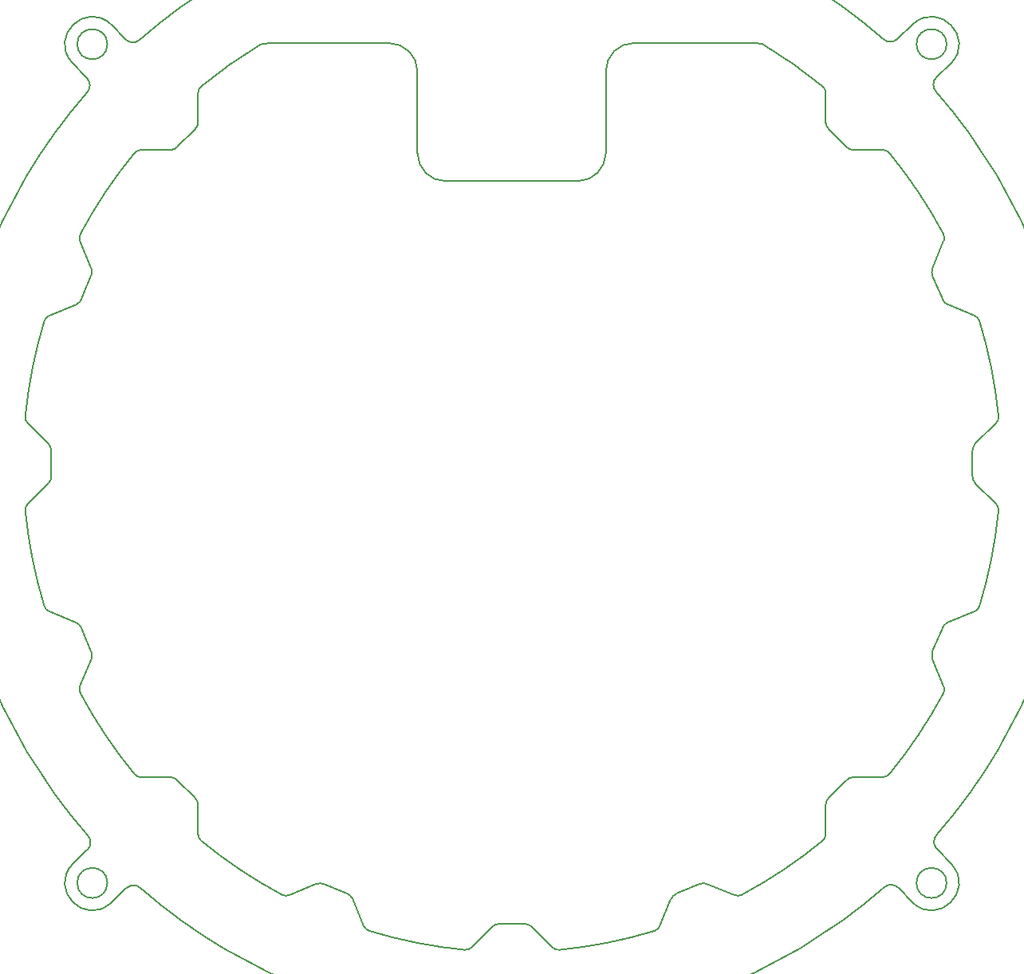
<source format=gbr>
%TF.GenerationSoftware,KiCad,Pcbnew,7.0.9*%
%TF.CreationDate,2024-06-22T14:18:39+09:00*%
%TF.ProjectId,Center_Line,43656e74-6572-45f4-9c69-6e652e6b6963,rev?*%
%TF.SameCoordinates,PX914aa10PY60e6338*%
%TF.FileFunction,Profile,NP*%
%FSLAX46Y46*%
G04 Gerber Fmt 4.6, Leading zero omitted, Abs format (unit mm)*
G04 Created by KiCad (PCBNEW 7.0.9) date 2024-06-22 14:18:39*
%MOMM*%
%LPD*%
G01*
G04 APERTURE LIST*
%TA.AperFunction,Profile*%
%ADD10C,0.200000*%
%TD*%
G04 APERTURE END LIST*
D10*
X46157015Y-44563143D02*
G75*
G03*
X46157015Y-44563143I-1600000J0D01*
G01*
X46157015Y44532313D02*
G75*
G03*
X46157015Y44532313I-1600000J0D01*
G01*
X-42938441Y-44563143D02*
G75*
G03*
X-42938441Y-44563143I-1600000J0D01*
G01*
X-42938441Y44532313D02*
G75*
G03*
X-42938441Y44532313I-1600000J0D01*
G01*
X33320081Y39362671D02*
G75*
G03*
X32992037Y40056371I-899997J-1185D01*
G01*
X33324264Y36188649D02*
X33320082Y39362671D01*
X33324264Y36188649D02*
G75*
G03*
X33642265Y35506651I1095818J95819D01*
G01*
X35531353Y33617563D02*
X33642265Y35506651D01*
X35531353Y33617563D02*
G75*
G03*
X36309170Y33295381I777814J777812D01*
G01*
X39386188Y33295381D02*
X36309170Y33295381D01*
X40081074Y32967336D02*
G75*
G03*
X39386188Y33295381I-694888J-571957D01*
G01*
X45816184Y24384136D02*
G75*
G03*
X40081073Y32967336I-45806897J-24399551D01*
G01*
X45853790Y23617704D02*
G75*
G03*
X45816185Y24384137I-831946J343320D01*
G01*
X44643008Y20683689D02*
X45853790Y23617704D01*
X44643008Y20683689D02*
G75*
G03*
X44675814Y19931911I1049073J-330825D01*
G01*
X45698180Y17463699D02*
X44675814Y19931911D01*
X45698181Y17463699D02*
G75*
G03*
X46293496Y16868385I1016267J420953D01*
G01*
X49136289Y15690860D02*
X46293496Y16868384D01*
X49652742Y15121865D02*
G75*
G03*
X49136289Y15690859I-860863J-262492D01*
G01*
X51666646Y4997290D02*
G75*
G03*
X49652743Y15121865I-51657282J-5012689D01*
G01*
X51408087Y4274809D02*
G75*
G03*
X51666645Y4997290I-637231J635555D01*
G01*
X49166673Y2027478D02*
X51408088Y4274808D01*
X49166673Y2027478D02*
G75*
G03*
X48909288Y1320371I842614J-707106D01*
G01*
X48909288Y-1351201D02*
X48909288Y1320371D01*
X48909289Y-1351201D02*
G75*
G03*
X49231471Y-2129018I1099997J-2D01*
G01*
X51407250Y-4304799D02*
X49231470Y-2129019D01*
X51666645Y-5028120D02*
G75*
G03*
X51407249Y-4304800I-895789J86926D01*
G01*
X49652743Y-15152695D02*
G75*
G03*
X51666646Y-5028120I-49643379J15137264D01*
G01*
X49137385Y-15721235D02*
G75*
G03*
X49652742Y-15152695I-345516J831040D01*
G01*
X46206571Y-16939745D02*
X49137385Y-15721236D01*
X46206571Y-16939745D02*
G75*
G03*
X45698180Y-17494529I507870J-975731D01*
G01*
X44675814Y-19962741D02*
X45698180Y-17494529D01*
X44675815Y-19962741D02*
G75*
G03*
X44675815Y-20804644I1016259J-420952D01*
G01*
X45853337Y-23647438D02*
X44675814Y-20804644D01*
X45816185Y-24414967D02*
G75*
G03*
X45853336Y-23647438I-794341J423113D01*
G01*
X40081074Y-32998166D02*
G75*
G03*
X45816185Y-24414967I-40071787J32982751D01*
G01*
X39387373Y-33326209D02*
G75*
G03*
X40081073Y-32998165I-1185J899997D01*
G01*
X36213351Y-33330392D02*
X39387373Y-33326210D01*
X36213351Y-33330392D02*
G75*
G03*
X35531353Y-33648393I95819J-1095818D01*
G01*
X33642265Y-35537481D02*
X35531353Y-33648393D01*
X33642265Y-35537481D02*
G75*
G03*
X33320083Y-36315298I777812J-777814D01*
G01*
X33320083Y-39392316D02*
X33320083Y-36315298D01*
X32992038Y-40087202D02*
G75*
G03*
X33320083Y-39392316I-571957J694888D01*
G01*
X24408838Y-45822312D02*
G75*
G03*
X32992038Y-40087201I-24399551J45806897D01*
G01*
X23642406Y-45859918D02*
G75*
G03*
X24408839Y-45822313I343320J831946D01*
G01*
X20708391Y-44649136D02*
X23642406Y-45859918D01*
X20708391Y-44649136D02*
G75*
G03*
X19956613Y-44681942I-330825J-1049073D01*
G01*
X17488401Y-45704308D02*
X19956613Y-44681942D01*
X17488401Y-45704309D02*
G75*
G03*
X16893087Y-46299624I420953J-1016267D01*
G01*
X15715562Y-49142417D02*
X16893086Y-46299624D01*
X15146567Y-49658870D02*
G75*
G03*
X15715561Y-49142417I-262492J860863D01*
G01*
X5021992Y-51672774D02*
G75*
G03*
X15146567Y-49658871I-5012689J51657282D01*
G01*
X4299511Y-51414215D02*
G75*
G03*
X5021992Y-51672773I635555J637231D01*
G01*
X2052180Y-49172801D02*
X4299510Y-51414216D01*
X2052180Y-49172801D02*
G75*
G03*
X1345073Y-48915416I-707106J-842614D01*
G01*
X-1326499Y-48915416D02*
X1345073Y-48915416D01*
X-1326499Y-48915418D02*
G75*
G03*
X-2104317Y-49237598I-4J-1099997D01*
G01*
X-4280097Y-51413378D02*
X-2104317Y-49237598D01*
X-5003420Y-51672799D02*
G75*
G03*
X-4280097Y-51413378I86907J895784D01*
G01*
X-15127993Y-49658871D02*
G75*
G03*
X-5003418Y-51672773I15137260J49643376D01*
G01*
X-15696535Y-49143514D02*
G75*
G03*
X-15127993Y-49658870I831022J345499D01*
G01*
X-16915043Y-46212699D02*
X-15696534Y-49143513D01*
X-16915042Y-46212699D02*
G75*
G03*
X-17469827Y-45704309I-975771J-507916D01*
G01*
X-19938039Y-44681942D02*
X-17469827Y-45704308D01*
X-19938039Y-44681943D02*
G75*
G03*
X-20779942Y-44681943I-420952J-1016259D01*
G01*
X-23622736Y-45859465D02*
X-20779942Y-44681942D01*
X-24390249Y-45822282D02*
G75*
G03*
X-23622736Y-45859465I423136J794267D01*
G01*
X-32973464Y-40087202D02*
G75*
G03*
X-24390265Y-45822313I32982758J40071792D01*
G01*
X-33301509Y-39393501D02*
G75*
G03*
X-32973464Y-40087201I899996J1186D01*
G01*
X-33305690Y-36219479D02*
X-33301508Y-39393501D01*
X-33305682Y-36219478D02*
G75*
G03*
X-33623692Y-35537482I-1095831J-95837D01*
G01*
X-35512779Y-33648393D02*
X-33623691Y-35537481D01*
X-35512787Y-33648401D02*
G75*
G03*
X-36290596Y-33326211I-777826J-777814D01*
G01*
X-39367614Y-33326211D02*
X-36290596Y-33326211D01*
X-40062499Y-32998165D02*
G75*
G03*
X-39367614Y-33326211I694886J571950D01*
G01*
X-45797611Y-24414967D02*
G75*
G03*
X-40062500Y-32998166I45806903J24399559D01*
G01*
X-45835248Y-23648521D02*
G75*
G03*
X-45797610Y-24414967I831935J-343294D01*
G01*
X-44624434Y-20714519D02*
X-45835216Y-23648534D01*
X-44624421Y-20714523D02*
G75*
G03*
X-44657241Y-19962741I-1049092J330808D01*
G01*
X-45679606Y-17494529D02*
X-44657240Y-19962741D01*
X-45679610Y-17494531D02*
G75*
G03*
X-46274922Y-16899215I-1016303J-420984D01*
G01*
X-49117715Y-15721690D02*
X-46274922Y-16899214D01*
X-49634165Y-15152694D02*
G75*
G03*
X-49117715Y-15721689I860852J262479D01*
G01*
X-51648071Y-5028120D02*
G75*
G03*
X-49634169Y-15152695I51657278J5012685D01*
G01*
X-51389495Y-4305657D02*
G75*
G03*
X-51648071Y-5028120I637182J-635558D01*
G01*
X-49148099Y-2058308D02*
X-51389514Y-4305638D01*
X-49148092Y-2058314D02*
G75*
G03*
X-48890714Y-1351201I-842621J707099D01*
G01*
X-48890714Y1320371D02*
X-48890714Y-1351201D01*
X-48890723Y1320371D02*
G75*
G03*
X-49212896Y2098189I-1099990J14D01*
G01*
X-51388676Y4273969D02*
X-49212896Y2098189D01*
X-51648097Y4997292D02*
G75*
G03*
X-51388676Y4273969I895784J-86907D01*
G01*
X-49634164Y15121864D02*
G75*
G03*
X-51648071Y4997290I49643351J-15137279D01*
G01*
X-49118812Y15690407D02*
G75*
G03*
X-49634168Y15121865I345499J-831022D01*
G01*
X-46187997Y16908915D02*
X-49118811Y15690406D01*
X-46187997Y16908914D02*
G75*
G03*
X-45679607Y17463699I-507916J975771D01*
G01*
X-44657240Y19931911D02*
X-45679606Y17463699D01*
X-44657256Y19931918D02*
G75*
G03*
X-44657240Y20773814I-1016257J420967D01*
G01*
X-45834763Y23616608D02*
X-44657240Y20773814D01*
X-45797580Y24384121D02*
G75*
G03*
X-45834763Y23616608I794267J-423136D01*
G01*
X-40062500Y32967336D02*
G75*
G03*
X-45797611Y24384137I40071792J-32982758D01*
G01*
X-39368799Y33295381D02*
G75*
G03*
X-40062499Y32967336I1186J-899996D01*
G01*
X-36194777Y33299562D02*
X-39368799Y33295380D01*
X-36194776Y33299554D02*
G75*
G03*
X-35512780Y33617564I-95837J1095831D01*
G01*
X-33623691Y35506651D02*
X-35512779Y33617563D01*
X-33623699Y35506659D02*
G75*
G03*
X-33301509Y36284468I-777814J777826D01*
G01*
X-33301509Y39361486D02*
X-33301509Y36284468D01*
X-32973463Y40056371D02*
G75*
G03*
X-33301509Y39361486I571950J-694886D01*
G01*
X-26656602Y44510312D02*
G75*
G03*
X-32973464Y40056372I26665959J-44525823D01*
G01*
X-25806428Y44634039D02*
G75*
G03*
X-26656602Y44510311I2515J-3000054D01*
G01*
X-13027423Y44644531D02*
X-25806428Y44634028D01*
X-10024967Y41646997D02*
G75*
G03*
X-13027423Y44644531I-2999996J-2462D01*
G01*
X-10017832Y32976355D02*
X-10024959Y41646997D01*
X-10017832Y32976355D02*
G75*
G03*
X-7015368Y29978822I2999999J2466D01*
G01*
X6984628Y29990329D02*
X-7015368Y29978822D01*
X6984628Y29990329D02*
G75*
G03*
X9982161Y32992793I-2465J2999998D01*
G01*
X9975034Y41663435D02*
X9982161Y32992793D01*
X12972568Y44665900D02*
G75*
G03*
X9975034Y41663435I2465J-2999999D01*
G01*
X25751573Y44676403D02*
X12972568Y44665900D01*
X26601949Y44554085D02*
G75*
G03*
X25751573Y44676403I-847905J-2877644D01*
G01*
X32992038Y40056372D02*
G75*
G03*
X26601949Y44554085I-32982715J-40071732D01*
G01*
X45085886Y41029627D02*
X46631475Y42505835D01*
X45085886Y41029627D02*
G75*
G03*
X45019088Y39508348I759760J-795466D01*
G01*
X45084947Y-39464051D02*
G75*
G03*
X45019088Y39508348I-45075660J39448636D01*
G01*
X45084947Y-39464051D02*
G75*
G03*
X45116101Y-40947040I827765J-724432D01*
G01*
X46719563Y-42630946D02*
X45116101Y-40947040D01*
X42530537Y-46637603D02*
G75*
G03*
X46719562Y-42630947I2026478J2074460D01*
G01*
X41054329Y-45092014D02*
X42530537Y-46637603D01*
X41054329Y-45092014D02*
G75*
G03*
X39533050Y-45025216I-795466J-759760D01*
G01*
X-39439348Y-45091074D02*
G75*
G03*
X39533049Y-45025215I39448635J45075660D01*
G01*
X-39439377Y-45091107D02*
G75*
G03*
X-40922337Y-45122230I-724436J-827708D01*
G01*
X-42606244Y-46725691D02*
X-40922338Y-45122229D01*
X-46612901Y-42536665D02*
G75*
G03*
X-42606244Y-46725690I2074458J-2026480D01*
G01*
X-45067312Y-41060457D02*
X-46612901Y-42536665D01*
X-45067288Y-41060483D02*
G75*
G03*
X-45000515Y-39539179I-759825J795468D01*
G01*
X-45066372Y39433220D02*
G75*
G03*
X-45000513Y-39539177I45075660J-39448635D01*
G01*
X-45066375Y39433223D02*
G75*
G03*
X-45097527Y40916210I-827768J724432D01*
G01*
X-46700989Y42600116D02*
X-45097527Y40916210D01*
X-42511962Y46606774D02*
G75*
G03*
X-46700989Y42600116I-2026451J-2074489D01*
G01*
X-41035755Y45061184D02*
X-42511963Y46606773D01*
X-41035781Y45061160D02*
G75*
G03*
X-39514477Y44994387I795468J759825D01*
G01*
X39457923Y45060245D02*
G75*
G03*
X-39514476Y44994386I-39448636J-45075660D01*
G01*
X39457923Y45060245D02*
G75*
G03*
X40940912Y45091399I724432J827765D01*
G01*
X42624818Y46694861D02*
X40940912Y45091399D01*
X46631475Y42505835D02*
G75*
G03*
X42624819Y46694860I-2074460J2026478D01*
G01*
M02*

</source>
